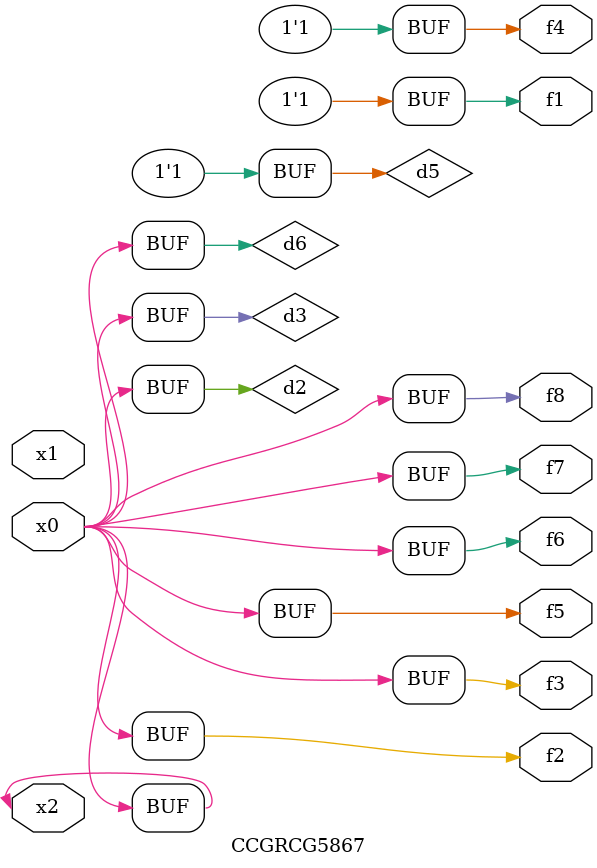
<source format=v>
module CCGRCG5867(
	input x0, x1, x2,
	output f1, f2, f3, f4, f5, f6, f7, f8
);

	wire d1, d2, d3, d4, d5, d6;

	xnor (d1, x2);
	buf (d2, x0, x2);
	and (d3, x0);
	xnor (d4, x1, x2);
	nand (d5, d1, d3);
	buf (d6, d2, d3);
	assign f1 = d5;
	assign f2 = d6;
	assign f3 = d6;
	assign f4 = d5;
	assign f5 = d6;
	assign f6 = d6;
	assign f7 = d6;
	assign f8 = d6;
endmodule

</source>
